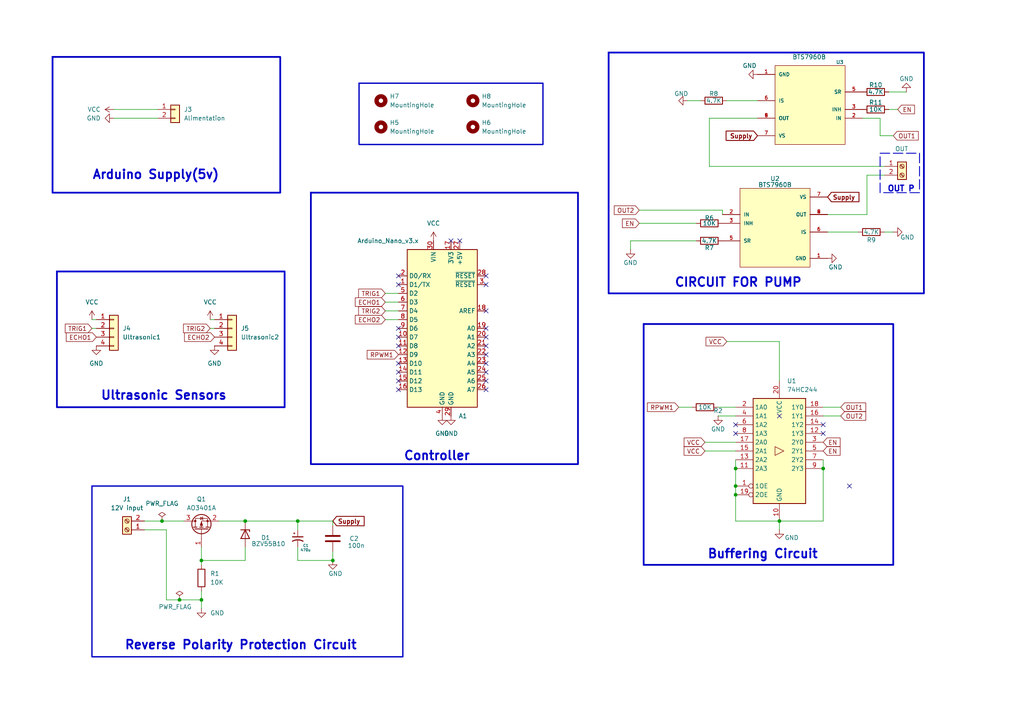
<source format=kicad_sch>
(kicad_sch (version 20231120) (generator "eeschema") (generator_version "8.0")
  (paper "A4")
  (lib_symbols
    (symbol "74xx:74HC244"
      (property "Reference" "U" (at -7.62 16.51 0))
      (property "Value" "74HC244" (at -7.62 -16.51 0))
      (symbol "74HC244_1_0"
        (polyline (pts (xy 1.27 0) (xy -1.27 1.27) (xy -1.27 -1.27) (xy 1.27 0)) (stroke (width 0.1524)))
        (pin input inverted (at -12.7 -10.16 0) (length 5.08) (name "1OE") (number "1"))
        (pin power_in line (at 0 -20.32 90) (length 5.08) (name "GND") (number "10"))
        (pin input line (at -12.7 -5.08 0) (length 5.08) (name "2A3") (number "11"))
        (pin tri_state line (at 12.7 5.08 180) (length 5.08) (name "1Y3") (number "12"))
        (pin input line (at -12.7 -2.54 0) (length 5.08) (name "2A2") (number "13"))
        (pin tri_state line (at 12.7 7.62 180) (length 5.08) (name "1Y2") (number "14"))
        (pin input line (at -12.7 0 0) (length 5.08) (name "2A1") (number "15"))
        (pin tri_state line (at 12.7 10.16 180) (length 5.08) (name "1Y1") (number "16"))
        (pin input line (at -12.7 2.54 0) (length 5.08) (name "2A0") (number "17"))
        (pin tri_state line (at 12.7 12.7 180) (length 5.08) (name "1Y0") (number "18"))
        (pin input inverted (at -12.7 -12.7 0) (length 5.08) (name "2OE") (number "19"))
        (pin input line (at -12.7 12.7 0) (length 5.08) (name "1A0") (number "2"))
        (pin power_in line (at 0 20.32 270) (length 5.08) (name "VCC") (number "20"))
        (pin tri_state line (at 12.7 2.54 180) (length 5.08) (name "2Y0") (number "3"))
        (pin input line (at -12.7 10.16 0) (length 5.08) (name "1A1") (number "4"))
        (pin tri_state line (at 12.7 0 180) (length 5.08) (name "2Y1") (number "5"))
        (pin input line (at -12.7 7.62 0) (length 5.08) (name "1A2") (number "6"))
        (pin tri_state line (at 12.7 -2.54 180) (length 5.08) (name "2Y2") (number "7"))
        (pin input line (at -12.7 5.08 0) (length 5.08) (name "1A3") (number "8"))
        (pin tri_state line (at 12.7 -5.08 180) (length 5.08) (name "2Y3") (number "9"))
      )
      (symbol "74HC244_1_1"
        (rectangle (start -7.62 15.24) (end 7.62 -15.24) (stroke (width 0.254)) (fill (type background)))
      )
    )
    (symbol "BTS7960:BTS7960B" (pin_names (offset 1.016))
      (property "Reference" "U" (at -10.16 10.922 0))
      (property "Value" "BTS7960B" (at -10.16 -15.24 0))
      (symbol "BTS7960B_0_0"
        (rectangle (start -10.16 -12.7) (end 10.16 10.16) (stroke (width 0.1524)) (fill (type background)))
        (pin power_in line (at 15.24 -10.16 180) (length 5.08) (name "GND") (number "1"))
        (pin input line (at -15.24 2.54 0) (length 5.08) (name "IN") (number "2"))
        (pin input line (at -15.24 0 0) (length 5.08) (name "INH") (number "3"))
        (pin output line (at 15.24 2.54 180) (length 5.08) (name "OUT") (number "4"))
        (pin input line (at -15.24 -5.08 0) (length 5.08) (name "SR") (number "5"))
        (pin output line (at 15.24 -2.54 180) (length 5.08) (name "IS") (number "6"))
        (pin power_in line (at 15.24 7.62 180) (length 5.08) (name "VS") (number "7"))
        (pin output line (at 15.24 2.54 180) (length 5.08) (name "OUT") (number "8"))
      )
    )
    (symbol "Connector:Screw_Terminal_01x02" (pin_names (offset 1.016) hide)
      (property "Reference" "J" (at 0 2.54 0))
      (property "Value" "Screw_Terminal_01x02" (at 0 -5.08 0))
      (symbol "Screw_Terminal_01x02_1_1"
        (rectangle (start -1.27 1.27) (end 1.27 -3.81) (stroke (width 0.254)) (fill (type background)))
        (circle (center 0 -2.54) (radius 0.635) (stroke (width 0.1524)))
        (polyline (pts (xy -0.5334 -2.2098) (xy 0.3302 -3.048)) (stroke (width 0.1524)))
        (polyline (pts (xy -0.5334 0.3302) (xy 0.3302 -0.508)) (stroke (width 0.1524)))
        (polyline (pts (xy -0.3556 -2.032) (xy 0.508 -2.8702)) (stroke (width 0.1524)))
        (polyline (pts (xy -0.3556 0.508) (xy 0.508 -0.3302)) (stroke (width 0.1524)))
        (circle (center 0 0) (radius 0.635) (stroke (width 0.1524)))
        (pin passive line (at -5.08 0 0) (length 3.81) (name "Pin_1") (number "1"))
        (pin passive line (at -5.08 -2.54 0) (length 3.81) (name "Pin_2") (number "2"))
      )
    )
    (symbol "Connector_Generic:Conn_01x02" (pin_names (offset 1.016) hide)
      (property "Reference" "J" (at 0 2.54 0))
      (property "Value" "Conn_01x02" (at 0 -5.08 0))
      (symbol "Conn_01x02_1_1"
        (rectangle (start -1.27 -2.413) (end 0 -2.667) (stroke (width 0.1524)))
        (rectangle (start -1.27 0.127) (end 0 -0.127) (stroke (width 0.1524)))
        (rectangle (start -1.27 1.27) (end 1.27 -3.81) (stroke (width 0.254)) (fill (type background)))
        (pin passive line (at -5.08 0 0) (length 3.81) (name "Pin_1") (number "1"))
        (pin passive line (at -5.08 -2.54 0) (length 3.81) (name "Pin_2") (number "2"))
      )
    )
    (symbol "Connector_Generic:Conn_01x04" (pin_names (offset 1.016) hide)
      (property "Reference" "J" (at 0 5.08 0))
      (property "Value" "Conn_01x04" (at 0 -7.62 0))
      (symbol "Conn_01x04_1_1"
        (rectangle (start -1.27 -4.953) (end 0 -5.207) (stroke (width 0.1524)))
        (rectangle (start -1.27 -2.413) (end 0 -2.667) (stroke (width 0.1524)))
        (rectangle (start -1.27 0.127) (end 0 -0.127) (stroke (width 0.1524)))
        (rectangle (start -1.27 2.667) (end 0 2.413) (stroke (width 0.1524)))
        (rectangle (start -1.27 3.81) (end 1.27 -6.35) (stroke (width 0.254)) (fill (type background)))
        (pin passive line (at -5.08 2.54 0) (length 3.81) (name "Pin_1") (number "1"))
        (pin passive line (at -5.08 0 0) (length 3.81) (name "Pin_2") (number "2"))
        (pin passive line (at -5.08 -2.54 0) (length 3.81) (name "Pin_3") (number "3"))
        (pin passive line (at -5.08 -5.08 0) (length 3.81) (name "Pin_4") (number "4"))
      )
    )
    (symbol "Device:C" (pin_numbers hide) (pin_names (offset 0.254))
      (property "Reference" "C" (at 0.635 2.54 0))
      (property "Value" "C" (at 0.635 -2.54 0))
      (symbol "C_0_1"
        (polyline (pts (xy -2.032 -0.762) (xy 2.032 -0.762)) (stroke (width 0.508)))
        (polyline (pts (xy -2.032 0.762) (xy 2.032 0.762)) (stroke (width 0.508)))
      )
      (symbol "C_1_1"
        (pin passive line (at 0 3.81 270) (length 2.794) (name "~") (number "1"))
        (pin passive line (at 0 -3.81 90) (length 2.794) (name "~") (number "2"))
      )
    )
    (symbol "Device:C_Polarized_Small_US" (pin_numbers hide) (pin_names (offset 0.254) hide)
      (property "Reference" "C" (at 0.254 1.778 0))
      (property "Value" "C_Polarized_Small_US" (at 0.254 -2.032 0))
      (symbol "C_Polarized_Small_US_0_1"
        (polyline (pts (xy -1.524 0.508) (xy 1.524 0.508)) (stroke (width 0.3048)))
        (polyline (pts (xy -1.27 1.524) (xy -0.762 1.524)))
        (polyline (pts (xy -1.016 1.27) (xy -1.016 1.778)))
        (arc (start 1.524 -0.762) (mid 0 -0.3734) (end -1.524 -0.762) (stroke (width 0.3048)))
      )
      (symbol "C_Polarized_Small_US_1_1"
        (pin passive line (at 0 2.54 270) (length 2.032) (name "~") (number "1"))
        (pin passive line (at 0 -2.54 90) (length 2.032) (name "~") (number "2"))
      )
    )
    (symbol "Device:R" (pin_numbers hide) (pin_names (offset 0))
      (property "Reference" "R" (at 2.032 0 90))
      (property "Value" "R" (at 0 0 90))
      (symbol "R_0_1"
        (rectangle (start -1.016 -2.54) (end 1.016 2.54) (stroke (width 0.254)))
      )
      (symbol "R_1_1"
        (pin passive line (at 0 3.81 270) (length 1.27) (name "~") (number "1"))
        (pin passive line (at 0 -3.81 90) (length 1.27) (name "~") (number "2"))
      )
    )
    (symbol "Diode:BZV55B10" (pin_numbers hide) (pin_names hide)
      (property "Reference" "D" (at 0 2.54 0))
      (property "Value" "BZV55B10" (at 0 -2.54 0))
      (symbol "BZV55B10_0_1"
        (polyline (pts (xy 1.27 0) (xy -1.27 0)))
        (polyline (pts (xy -1.27 -1.27) (xy -1.27 1.27) (xy -0.762 1.27)) (stroke (width 0.254)))
        (polyline (pts (xy 1.27 -1.27) (xy 1.27 1.27) (xy -1.27 0) (xy 1.27 -1.27)) (stroke (width 0.254)))
      )
      (symbol "BZV55B10_1_1"
        (pin passive line (at -3.81 0 0) (length 2.54) (name "K") (number "1"))
        (pin passive line (at 3.81 0 180) (length 2.54) (name "A") (number "2"))
      )
    )
    (symbol "MCU_Module:Arduino_Nano_v3.x"
      (property "Reference" "A" (at -10.16 23.495 0))
      (property "Value" "Arduino_Nano_v3.x" (at 5.08 -24.13 0))
      (symbol "Arduino_Nano_v3.x_0_1"
        (rectangle (start -10.16 22.86) (end 10.16 -22.86) (stroke (width 0.254)) (fill (type background)))
      )
      (symbol "Arduino_Nano_v3.x_1_1"
        (pin bidirectional line (at -12.7 12.7 0) (length 2.54) (name "D1/TX") (number "1"))
        (pin bidirectional line (at -12.7 -2.54 0) (length 2.54) (name "D7") (number "10"))
        (pin bidirectional line (at -12.7 -5.08 0) (length 2.54) (name "D8") (number "11"))
        (pin bidirectional line (at -12.7 -7.62 0) (length 2.54) (name "D9") (number "12"))
        (pin bidirectional line (at -12.7 -10.16 0) (length 2.54) (name "D10") (number "13"))
        (pin bidirectional line (at -12.7 -12.7 0) (length 2.54) (name "D11") (number "14"))
        (pin bidirectional line (at -12.7 -15.24 0) (length 2.54) (name "D12") (number "15"))
        (pin bidirectional line (at -12.7 -17.78 0) (length 2.54) (name "D13") (number "16"))
        (pin power_out line (at 2.54 25.4 270) (length 2.54) (name "3V3") (number "17"))
        (pin input line (at 12.7 5.08 180) (length 2.54) (name "AREF") (number "18"))
        (pin bidirectional line (at 12.7 0 180) (length 2.54) (name "A0") (number "19"))
        (pin bidirectional line (at -12.7 15.24 0) (length 2.54) (name "D0/RX") (number "2"))
        (pin bidirectional line (at 12.7 -2.54 180) (length 2.54) (name "A1") (number "20"))
        (pin bidirectional line (at 12.7 -5.08 180) (length 2.54) (name "A2") (number "21"))
        (pin bidirectional line (at 12.7 -7.62 180) (length 2.54) (name "A3") (number "22"))
        (pin bidirectional line (at 12.7 -10.16 180) (length 2.54) (name "A4") (number "23"))
        (pin bidirectional line (at 12.7 -12.7 180) (length 2.54) (name "A5") (number "24"))
        (pin bidirectional line (at 12.7 -15.24 180) (length 2.54) (name "A6") (number "25"))
        (pin bidirectional line (at 12.7 -17.78 180) (length 2.54) (name "A7") (number "26"))
        (pin power_out line (at 5.08 25.4 270) (length 2.54) (name "+5V") (number "27"))
        (pin input line (at 12.7 15.24 180) (length 2.54) (name "~{RESET}") (number "28"))
        (pin power_in line (at 2.54 -25.4 90) (length 2.54) (name "GND") (number "29"))
        (pin input line (at 12.7 12.7 180) (length 2.54) (name "~{RESET}") (number "3"))
        (pin power_in line (at -2.54 25.4 270) (length 2.54) (name "VIN") (number "30"))
        (pin power_in line (at 0 -25.4 90) (length 2.54) (name "GND") (number "4"))
        (pin bidirectional line (at -12.7 10.16 0) (length 2.54) (name "D2") (number "5"))
        (pin bidirectional line (at -12.7 7.62 0) (length 2.54) (name "D3") (number "6"))
        (pin bidirectional line (at -12.7 5.08 0) (length 2.54) (name "D4") (number "7"))
        (pin bidirectional line (at -12.7 2.54 0) (length 2.54) (name "D5") (number "8"))
        (pin bidirectional line (at -12.7 0 0) (length 2.54) (name "D6") (number "9"))
      )
    )
    (symbol "Mechanical:MountingHole" (pin_names (offset 1.016)) (exclude_from_sim yes) (in_bom no)
      (property "Reference" "H" (at 0 5.08 0))
      (property "Value" "MountingHole" (at 0 3.175 0))
      (symbol "MountingHole_0_1"
        (circle (center 0 0) (radius 1.27) (stroke (width 1.27)))
      )
    )
    (symbol "Transistor_FET:AO3401A" (pin_names hide)
      (property "Reference" "Q" (at 5.08 1.905 0))
      (property "Value" "AO3401A" (at 5.08 0 0))
      (symbol "AO3401A_0_1"
        (polyline (pts (xy 0.254 0) (xy -2.54 0)))
        (polyline (pts (xy 0.254 1.905) (xy 0.254 -1.905)) (stroke (width 0.254)))
        (polyline (pts (xy 0.762 -1.27) (xy 0.762 -2.286)) (stroke (width 0.254)))
        (polyline (pts (xy 0.762 0.508) (xy 0.762 -0.508)) (stroke (width 0.254)))
        (polyline (pts (xy 0.762 2.286) (xy 0.762 1.27)) (stroke (width 0.254)))
        (polyline (pts (xy 2.54 2.54) (xy 2.54 1.778)))
        (polyline (pts (xy 2.54 -2.54) (xy 2.54 0) (xy 0.762 0)))
        (polyline (pts (xy 0.762 1.778) (xy 3.302 1.778) (xy 3.302 -1.778) (xy 0.762 -1.778)))
        (polyline (pts (xy 2.286 0) (xy 1.27 0.381) (xy 1.27 -0.381) (xy 2.286 0)) (fill (type outline)))
        (polyline (pts (xy 2.794 -0.508) (xy 2.921 -0.381) (xy 3.683 -0.381) (xy 3.81 -0.254)))
        (polyline (pts (xy 3.302 -0.381) (xy 2.921 0.254) (xy 3.683 0.254) (xy 3.302 -0.381)))
        (circle (center 1.651 0) (radius 2.794) (stroke (width 0.254)))
        (circle (center 2.54 -1.778) (radius 0.254) (fill (type outline)))
        (circle (center 2.54 1.778) (radius 0.254) (fill (type outline)))
      )
      (symbol "AO3401A_1_1"
        (pin input line (at -5.08 0 0) (length 2.54) (name "G") (number "1"))
        (pin passive line (at 2.54 -5.08 90) (length 2.54) (name "S") (number "2"))
        (pin passive line (at 2.54 5.08 270) (length 2.54) (name "D") (number "3"))
      )
    )
    (symbol "power:GND" (power) (pin_numbers hide) (pin_names (offset 0) hide)
      (property "Value" "GND" (at 0 -3.81 0))
      (symbol "GND_0_1"
        (polyline (pts (xy 0 0) (xy 0 -1.27) (xy 1.27 -1.27) (xy 0 -2.54) (xy -1.27 -1.27) (xy 0 -1.27)))
      )
      (symbol "GND_1_1"
        (pin power_in line (at 0 0 270) (length 0) (name "~") (number "1"))
      )
    )
    (symbol "power:PWR_FLAG" (power) (pin_numbers hide) (pin_names (offset 0) hide)
      (property "Value" "PWR_FLAG" (at 0 3.81 0))
      (symbol "PWR_FLAG_0_0"
        (pin power_out line (at 0 0 90) (length 0) (name "~") (number "1"))
      )
      (symbol "PWR_FLAG_0_1"
        (polyline (pts (xy 0 0) (xy 0 1.27) (xy -1.016 1.905) (xy 0 2.54) (xy 1.016 1.905) (xy 0 1.27)))
      )
    )
    (symbol "power:VCC" (power) (pin_names (offset 0))
      (property "Value" "VCC" (at 0 3.81 0))
      (symbol "VCC_0_1"
        (polyline (pts (xy -0.762 1.27) (xy 0 2.54)))
        (polyline (pts (xy 0 0) (xy 0 2.54)))
        (polyline (pts (xy 0 2.54) (xy 0.762 1.27)))
      )
      (symbol "VCC_1_1"
        (pin power_in line (at 0 0 90) (length 0) hide (name "VCC") (number "1"))
      )
    )
  )
  (junction (at 213.36 143.51))
  (junction (at 71.12 151.13))
  (junction (at 52.07 173.99))
  (junction (at 238.76 135.89))
  (junction (at 46.99 151.13))
  (junction (at 213.36 140.97))
  (junction (at 96.52 162.56))
  (junction (at 213.36 135.89))
  (junction (at 58.42 173.99))
  (junction (at 226.06 151.13))
  (junction (at 58.42 162.56))
  (junction (at 86.36 151.13))
  (no_connect (at 140.97 110.49))
  (no_connect (at 140.97 82.55))
  (no_connect (at 115.57 113.03))
  (no_connect (at 115.57 80.01))
  (no_connect (at 140.97 113.03))
  (no_connect (at 130.81 69.85))
  (no_connect (at 246.38 140.97))
  (no_connect (at 140.97 100.33))
  (no_connect (at 213.36 125.73))
  (no_connect (at 140.97 97.79))
  (no_connect (at 115.57 105.41))
  (no_connect (at 213.36 123.19))
  (no_connect (at 115.57 95.25))
  (no_connect (at 115.57 82.55))
  (no_connect (at 140.97 102.87))
  (no_connect (at 140.97 107.95))
  (no_connect (at 226.06 120.65))
  (no_connect (at 115.57 97.79))
  (no_connect (at 238.76 123.19))
  (no_connect (at 140.97 105.41))
  (no_connect (at 133.35 69.85))
  (no_connect (at 140.97 90.17))
  (no_connect (at 238.76 125.73))
  (no_connect (at 115.57 110.49))
  (no_connect (at 140.97 95.25))
  (no_connect (at 115.57 107.95))
  (no_connect (at 115.57 100.33))
  (no_connect (at 140.97 80.01))
  (wire (pts (xy 200.66 118.11) (xy 196.85 118.11)))
  (wire (pts (xy 96.52 152.4) (xy 96.52 151.13)))
  (wire (pts (xy 33.02 31.75) (xy 45.72 31.75)))
  (wire (pts (xy 243.84 118.11) (xy 238.76 118.11)))
  (wire (pts (xy 63.5 151.13) (xy 71.12 151.13)))
  (wire (pts (xy 53.34 151.13) (xy 46.99 151.13)))
  (wire (pts (xy 226.06 153.67) (xy 226.06 151.13)))
  (wire (pts (xy 205.74 34.29) (xy 205.74 48.26)))
  (wire (pts (xy 71.12 162.56) (xy 58.42 162.56)))
  (wire (pts (xy 240.03 67.31) (xy 248.92 67.31)))
  (wire (pts (xy 111.76 90.17) (xy 115.57 90.17)))
  (wire (pts (xy 213.36 151.13) (xy 213.36 143.51)))
  (wire (pts (xy 243.84 120.65) (xy 238.76 120.65)))
  (wire (pts (xy 58.42 176.53) (xy 58.42 173.99)))
  (wire (pts (xy 213.36 135.89) (xy 213.36 140.97)))
  (wire (pts (xy 226.06 151.13) (xy 238.76 151.13)))
  (wire (pts (xy 204.47 130.81) (xy 213.36 130.81)))
  (wire (pts (xy 205.74 34.29) (xy 219.71 34.29)))
  (wire (pts (xy 255.27 39.37) (xy 255.27 34.29)))
  (wire (pts (xy 111.76 87.63) (xy 115.57 87.63)))
  (wire (pts (xy 209.55 60.96) (xy 209.55 62.23)))
  (wire (pts (xy 213.36 140.97) (xy 213.36 143.51)))
  (wire (pts (xy 226.06 151.13) (xy 213.36 151.13)))
  (wire (pts (xy 48.26 153.67) (xy 48.26 173.99)))
  (wire (pts (xy 86.36 151.13) (xy 86.36 153.67)))
  (wire (pts (xy 33.02 34.29) (xy 45.72 34.29)))
  (wire (pts (xy 210.82 99.06) (xy 226.06 99.06)))
  (wire (pts (xy 251.46 50.8) (xy 251.46 62.23)))
  (wire (pts (xy 71.12 158.75) (xy 71.12 162.56)))
  (wire (pts (xy 213.36 133.35) (xy 213.36 135.89)))
  (wire (pts (xy 205.74 48.26) (xy 256.54 48.26)))
  (wire (pts (xy 238.76 135.89) (xy 238.76 133.35)))
  (wire (pts (xy 26.67 95.25) (xy 27.94 95.25)))
  (wire (pts (xy 240.03 62.23) (xy 251.46 62.23)))
  (wire (pts (xy 86.36 158.75) (xy 86.36 162.56)))
  (wire (pts (xy 58.42 171.45) (xy 58.42 173.99)))
  (wire (pts (xy 210.82 29.21) (xy 219.71 29.21)))
  (wire (pts (xy 226.06 99.06) (xy 226.06 110.49)))
  (wire (pts (xy 256.54 67.31) (xy 259.08 67.31)))
  (wire (pts (xy 255.27 34.29) (xy 250.19 34.29)))
  (wire (pts (xy 257.81 31.75) (xy 260.35 31.75)))
  (wire (pts (xy 208.28 120.65) (xy 213.36 120.65)))
  (wire (pts (xy 86.36 162.56) (xy 96.52 162.56)))
  (wire (pts (xy 58.42 158.75) (xy 58.42 162.56)))
  (wire (pts (xy 60.96 95.25) (xy 62.23 95.25)))
  (wire (pts (xy 185.42 64.77) (xy 201.93 64.77)))
  (wire (pts (xy 96.52 160.02) (xy 96.52 162.56)))
  (wire (pts (xy 185.42 60.96) (xy 209.55 60.96)))
  (wire (pts (xy 208.28 118.11) (xy 213.36 118.11)))
  (wire (pts (xy 46.99 151.13) (xy 41.91 151.13)))
  (wire (pts (xy 71.12 151.13) (xy 86.36 151.13)))
  (wire (pts (xy 257.81 26.67) (xy 262.89 26.67)))
  (wire (pts (xy 26.67 92.71) (xy 27.94 92.71)))
  (wire (pts (xy 58.42 173.99) (xy 52.07 173.99)))
  (wire (pts (xy 52.07 173.99) (xy 48.26 173.99)))
  (wire (pts (xy 86.36 151.13) (xy 96.52 151.13)))
  (wire (pts (xy 182.88 69.85) (xy 201.93 69.85)))
  (wire (pts (xy 58.42 163.83) (xy 58.42 162.56)))
  (wire (pts (xy 256.54 50.8) (xy 251.46 50.8)))
  (wire (pts (xy 238.76 151.13) (xy 238.76 135.89)))
  (wire (pts (xy 48.26 153.67) (xy 41.91 153.67)))
  (wire (pts (xy 182.88 72.39) (xy 182.88 69.85)))
  (wire (pts (xy 199.39 29.21) (xy 203.2 29.21)))
  (wire (pts (xy 204.47 128.27) (xy 213.36 128.27)))
  (wire (pts (xy 111.76 92.71) (xy 115.57 92.71)))
  (wire (pts (xy 60.96 92.71) (xy 62.23 92.71)))
  (wire (pts (xy 111.76 85.09) (xy 115.57 85.09)))
  (wire (pts (xy 255.27 39.37) (xy 259.08 39.37)))
  (rectangle (start 255.27 44.45) (end 266.7 55.88) (stroke (width 0.254) (type dash)))
  (rectangle (start 15.24 16.51) (end 81.28 55.88) (stroke (width 0.508)))
  (rectangle (start 16.51 78.74) (end 82.55 118.11) (stroke (width 0.508)))
  (rectangle (start 26.67 140.97) (end 116.84 190.5) (stroke (width 0.381)))
  (rectangle (start 186.69 93.98) (end 259.08 163.83) (stroke (width 0.508)))
  (rectangle (start 176.53 15.24) (end 267.97 85.09) (stroke (width 0.508)))
  (rectangle (start 104.14 24.13) (end 157.48 41.91) (stroke (width 0.381)))
  (rectangle (start 90.17 55.88) (end 167.64 134.62) (stroke (width 0.508)))
  (text "Ultrasonic Sensors" (at 47.498 114.808 0) (effects (font (size 2.54 2.54) (thickness 0.508) (bold yes))))
  (text "Buffering Circuit" (at 221.234 160.782 0) (effects (font (size 2.54 2.54) (thickness 0.508) (bold yes))))
  (text "CIRCUIT FOR PUMP\n" (at 214.122 82.042 0) (effects (font (size 2.54 2.54) (thickness 0.508) (bold yes))))
  (text "OUT P" (at 261.366 54.864 0) (effects (font (size 1.651 1.651) (thickness 0.3556) (bold yes))))
  (text "Reverse Polarity Protection Circuit" (at 69.85 187.198 0) (effects (font (size 2.54 2.54) (thickness 0.508) (bold yes))))
  (text "Controller" (at 126.746 132.334 0) (effects (font (size 2.54 2.54) (thickness 0.508) (bold yes))))
  (text "Arduino Supply(5v)" (at 45.212 50.8 0) (effects (font (size 2.54 2.54) (thickness 0.508) (bold yes))))
  (global_label "EN" (shape input) (at 260.35 31.75 0) (property "Intersheetrefs" "${INTERSHEET_REFS}" (effects (hide yes))))
  (global_label "TRIG2" (shape input) (at 111.76 90.17 180) (property "Intersheetrefs" "${INTERSHEET_REFS}" (effects (hide yes))))
  (global_label "RPWM1" (shape input) (at 196.85 118.11 180) (property "Intersheetrefs" "${INTERSHEET_REFS}" (effects (hide yes))))
  (global_label "ECHO1" (shape input) (at 27.94 97.79 180) (property "Intersheetrefs" "${INTERSHEET_REFS}" (effects (hide yes))))
  (global_label "TRIG2" (shape input) (at 60.96 95.25 180) (property "Intersheetrefs" "${INTERSHEET_REFS}" (effects (hide yes))))
  (global_label "ECHO2" (shape input) (at 111.76 92.71 180) (property "Intersheetrefs" "${INTERSHEET_REFS}" (effects (hide yes))))
  (global_label "OUT1" (shape input) (at 243.84 118.11 0) (property "Intersheetrefs" "${INTERSHEET_REFS}" (effects (hide yes))))
  (global_label "VCC" (shape input) (at 204.47 128.27 180) (property "Intersheetrefs" "${INTERSHEET_REFS}" (effects (hide yes))))
  (global_label "OUT1" (shape input) (at 259.08 39.37 0) (property "Intersheetrefs" "${INTERSHEET_REFS}" (effects (hide yes))))
  (global_label "TRIG1" (shape input) (at 111.76 85.09 180) (property "Intersheetrefs" "${INTERSHEET_REFS}" (effects (hide yes))))
  (global_label "ECHO2" (shape input) (at 62.23 97.79 180) (property "Intersheetrefs" "${INTERSHEET_REFS}" (effects (hide yes))))
  (global_label "VCC" (shape input) (at 204.47 130.81 180) (property "Intersheetrefs" "${INTERSHEET_REFS}" (effects (hide yes))))
  (global_label "RPWM1" (shape input) (at 115.57 102.87 180) (property "Intersheetrefs" "${INTERSHEET_REFS}" (effects (hide yes))))
  (global_label "TRIG1" (shape input) (at 26.67 95.25 180) (property "Intersheetrefs" "${INTERSHEET_REFS}" (effects (hide yes))))
  (global_label "VCC" (shape input) (at 210.82 99.06 180) (property "Intersheetrefs" "${INTERSHEET_REFS}" (effects (hide yes))))
  (global_label "Supply" (shape input) (at 219.71 39.37 180) (effects (font (bold yes))) (property "Intersheetrefs" "${INTERSHEET_REFS}" (effects (hide yes))))
  (global_label "OUT2" (shape input) (at 185.42 60.96 180) (property "Intersheetrefs" "${INTERSHEET_REFS}" (effects (hide yes))))
  (global_label "EN" (shape input) (at 185.42 64.77 180) (property "Intersheetrefs" "${INTERSHEET_REFS}" (effects (hide yes))))
  (global_label "EN" (shape input) (at 238.76 128.27 0) (property "Intersheetrefs" "${INTERSHEET_REFS}" (effects (hide yes))))
  (global_label "Supply" (shape input) (at 240.03 57.15 0) (effects (font (bold yes))) (property "Intersheetrefs" "${INTERSHEET_REFS}" (effects (hide yes))))
  (global_label "EN" (shape input) (at 238.76 130.81 0) (property "Intersheetrefs" "${INTERSHEET_REFS}" (effects (hide yes))))
  (global_label "ECHO1" (shape input) (at 111.76 87.63 180) (property "Intersheetrefs" "${INTERSHEET_REFS}" (effects (hide yes))))
  (global_label "OUT2" (shape input) (at 243.84 120.65 0) (property "Intersheetrefs" "${INTERSHEET_REFS}" (effects (hide yes))))
  (global_label "Supply" (shape input) (at 96.52 151.13 0) (effects (font (bold yes))) (property "Intersheetrefs" "${INTERSHEET_REFS}" (effects (hide yes))))
  (symbol (lib_id "power:PWR_FLAG") (at 46.99 151.13 0) (unit 1)
    (property "Reference" "#FLG01" (effects (hide yes)))
    (property "Value" "PWR_FLAG" (at 46.99 146.05 0))
    (property "Description" "Special symbol for telling ERC where power comes from" (effects (hide yes)))
  )
  (symbol (lib_id "power:GND") (at 199.39 29.21 270) (unit 1)
    (property "Reference" "#PWR09" (effects (hide yes)))
    (property "Value" "GND" (at 199.644 27.178 90) (effects (justify right)))
    (property "Description" "Power symbol creates a global label with name \"GND\" , ground" (effects (hide yes)))
  )
  (symbol (lib_id "power:GND") (at 208.28 120.65 0) (unit 1)
    (property "Reference" "#PWR023" (effects (hide yes)))
    (property "Value" "GND" (at 210.312 124.46 0) (effects (justify right)))
    (property "Description" "Power symbol creates a global label with name \"GND\" , ground" (effects (hide yes)))
  )
  (symbol (lib_id "Device:R") (at 205.74 69.85 90) (unit 1)
    (property "Reference" "R7" (at 205.74 71.882 90))
    (property "Value" "4.7K" (at 205.74 69.85 90))
    (property "Footprint" "Resistor_SMD:R_1206_3216Metric_Pad1.30x1.75mm_HandSolder" (effects (hide yes)))
    (property "Description" "Resistor" (effects (hide yes)))
  )
  (symbol (lib_id "Device:R") (at 252.73 67.31 90) (unit 1)
    (property "Reference" "R9" (at 252.73 69.596 90))
    (property "Value" "4.7K" (at 252.73 67.31 90))
    (property "Footprint" "Resistor_SMD:R_1206_3216Metric_Pad1.30x1.75mm_HandSolder" (effects (hide yes)))
    (property "Description" "Resistor" (effects (hide yes)))
  )
  (symbol (lib_id "power:GND") (at 259.08 67.31 90) (unit 1)
    (property "Reference" "#PWR012" (effects (hide yes)))
    (property "Value" "GND" (at 261.112 68.834 90) (effects (justify right)))
    (property "Description" "Power symbol creates a global label with name \"GND\" , ground" (effects (hide yes)))
  )
  (symbol (lib_id "Device:R") (at 254 26.67 270) (unit 1)
    (property "Reference" "R10" (at 254 24.638 90))
    (property "Value" "4.7K" (at 254 26.67 90))
    (property "Footprint" "Resistor_SMD:R_1206_3216Metric_Pad1.30x1.75mm_HandSolder" (effects (hide yes)))
    (property "Description" "Resistor" (effects (hide yes)))
  )
  (symbol (lib_id "power:GND") (at 182.88 72.39 0) (unit 1)
    (property "Reference" "#PWR08" (effects (hide yes)))
    (property "Value" "GND" (at 184.912 76.2 0) (effects (justify right)))
    (property "Description" "Power symbol creates a global label with name \"GND\" , ground" (effects (hide yes)))
  )
  (symbol (lib_id "Connector:Screw_Terminal_01x02") (at 36.83 153.67 180) (unit 1)
    (property "Reference" "J1" (at 36.83 144.78 0))
    (property "Value" "12V input" (at 36.83 147.32 0))
    (property "Footprint" "TerminalBlock_Altech:Altech_AK100_1x02_P5.00mm" (effects (hide yes)))
    (property "Description" "Generic screw terminal, single row, 01x02, script generated (kicad-library-utils/schlib/autogen/connector/)" (effects (hide yes)))
  )
  (symbol (lib_id "Mechanical:MountingHole") (at 110.49 29.21 0) (unit 1) (exclude_from_sim yes) (in_bom no)
    (property "Reference" "H7" (at 113.03 27.9399 0) (effects (justify left)))
    (property "Value" "MountingHole" (at 113.03 30.4799 0) (effects (justify left)))
    (property "Description" "Mounting Hole without connection" (effects (hide yes)))
  )
  (symbol (lib_id "power:GND") (at 96.52 162.56 0) (unit 1)
    (property "Reference" "#PWR06" (effects (hide yes)))
    (property "Value" "GND" (at 95.25 166.37 0) (effects (justify left)))
    (property "Description" "Power symbol creates a global label with name \"GND\" , ground" (effects (hide yes)))
  )
  (symbol (lib_id "Device:C") (at 96.52 156.21 0) (unit 1)
    (property "Reference" "C2" (at 101.346 156.21 0) (effects (justify left)))
    (property "Value" "100n" (at 100.838 158.242 0) (effects (justify left)))
    (property "Footprint" "Capacitor_SMD:C_1206_3216Metric_Pad1.33x1.80mm_HandSolder" (effects (hide yes)))
    (property "Description" "Unpolarized capacitor" (effects (hide yes)))
  )
  (symbol (lib_id "power:VCC") (at 60.96 92.71 0) (unit 1)
    (property "Reference" "#PWR021" (effects (hide yes)))
    (property "Value" "VCC" (at 60.96 87.63 0))
  )
  (symbol (lib_id "power:GND") (at 62.23 100.33 0) (unit 1)
    (property "Reference" "#PWR022" (effects (hide yes)))
    (property "Value" "GND" (at 62.23 105.41 0))
    (property "Description" "Power symbol creates a global label with name \"GND\" , ground" (effects (hide yes)))
  )
  (symbol (lib_id "BTS7960:BTS7960B") (at 224.79 64.77 0) (unit 1)
    (property "Reference" "U2" (at 224.79 51.816 0))
    (property "Value" "BTS7960B" (at 224.79 53.594 0))
    (property "Footprint" "bts:DPAK127P1490X440-8N" (effects (hide yes)))
    (property "MF" "Infineon" (effects (hide yes)))
    (property "MAXIMUM_PACKAGE_HEIGHT" "4.4mm" (effects (hide yes)))
    (property "Package" "TO-263 Infineon" (effects (hide yes)))
    (property "Price" "None" (effects (hide yes)))
    (property "Check_prices" "https://www.snapeda.com/parts/BTS7960B/Infineon/view-part/?ref=eda" (effects (hide yes)))
    (property "STANDARD" "IPC-7351B" (effects (hide yes)))
    (property "PARTREV" "1.1" (effects (hide yes)))
    (property "SnapEDA_Link" "https://www.snapeda.com/parts/BTS7960B/Infineon/view-part/?ref=snap" (effects (hide yes)))
    (property "MP" "BTS7960B" (effects (hide yes)))
    (property "Description_1" "\n                        \n                            Half Bridge Driver DC Motors, General Purpose DMOS PG-TO263-7-1\n                        \n" (effects (hide yes)))
    (property "Availability" "In Stock" (effects (hide yes)))
    (property "MANUFACTURER" "Infineon" (effects (hide yes)))
  )
  (symbol (lib_id "power:GND") (at 33.02 34.29 270) (unit 1)
    (property "Reference" "#PWR018" (effects (hide yes)))
    (property "Value" "GND" (at 29.21 34.29 90) (effects (justify right)))
  )
  (symbol (lib_id "Connector:Screw_Terminal_01x02") (at 261.62 48.26 0) (unit 1)
    (property "Reference" "J2" (effects (hide yes)))
    (property "Value" "OUT" (at 259.588 43.18 0) (effects (justify left)))
    (property "Footprint" "TerminalBlock_Altech:Altech_AK100_1x02_P5.00mm" (effects (hide yes)))
    (property "Description" "Generic screw terminal, single row, 01x02, script generated (kicad-library-utils/schlib/autogen/connector/)" (effects (hide yes)))
  )
  (symbol (lib_id "power:GND") (at 240.03 74.93 90) (unit 1)
    (property "Reference" "#PWR011" (effects (hide yes)))
    (property "Value" "GND" (at 240.284 77.47 90) (effects (justify right)))
    (property "Description" "Power symbol creates a global label with name \"GND\" , ground" (effects (hide yes)))
  )
  (symbol (lib_id "Device:C_Polarized_Small_US") (at 86.36 156.21 0) (unit 1)
    (property "Reference" "C1" (at 87.884 158.242 0) (effects (font (size 0.762 0.762)) (justify left)))
    (property "Value" "470u" (at 87.122 159.512 0) (effects (font (size 0.762 0.762)) (justify left)))
    (property "Footprint" "Capacitor_SMD:CP_Elec_10x10.5" (effects (hide yes)))
    (property "Description" "Polarized capacitor, small US symbol" (effects (hide yes)))
  )
  (symbol (lib_id "power:GND") (at 128.27 120.65 0) (unit 1)
    (property "Reference" "#PWR015" (effects (hide yes)))
    (property "Value" "GND" (at 128.27 125.73 0))
    (property "Description" "Power symbol creates a global label with name \"GND\" , ground" (effects (hide yes)))
  )
  (symbol (lib_id "Diode:BZV55B10") (at 71.12 154.94 270) (unit 1)
    (property "Reference" "D1" (at 75.692 155.956 90) (effects (justify left)))
    (property "Value" "BZV55B10" (at 72.898 157.734 90) (effects (justify left)))
    (property "Footprint" "Diode_SMD:D_MiniMELF" (effects (hide yes)))
    (property "Datasheet" "https://assets.nexperia.com/documents/data-sheet/BZV55_SER.pdf" (effects (hide yes)))
    (property "Description" "10V, 500mW, 2%, Zener diode, MiniMELF" (effects (hide yes)))
  )
  (symbol (lib_id "Mechanical:MountingHole") (at 110.49 36.83 0) (unit 1) (exclude_from_sim yes) (in_bom no)
    (property "Reference" "H5" (at 113.03 35.5599 0) (effects (justify left)))
    (property "Value" "MountingHole" (at 113.03 38.0999 0) (effects (justify left)))
    (property "Description" "Mounting Hole without connection" (effects (hide yes)))
  )
  (symbol (lib_id "power:GND") (at 130.81 120.65 0) (unit 1)
    (property "Reference" "#PWR016" (effects (hide yes)))
    (property "Value" "GND" (at 130.81 125.73 0))
    (property "Description" "Power symbol creates a global label with name \"GND\" , ground" (effects (hide yes)))
  )
  (symbol (lib_id "power:GND") (at 219.71 21.59 270) (unit 1)
    (property "Reference" "#PWR010" (effects (hide yes)))
    (property "Value" "GND" (at 219.456 19.05 90) (effects (justify right)))
    (property "Description" "Power symbol creates a global label with name \"GND\" , ground" (effects (hide yes)))
  )
  (symbol (lib_id "power:VCC") (at 26.67 92.71 0) (unit 1)
    (property "Reference" "#PWR020" (effects (hide yes)))
    (property "Value" "VCC" (at 26.67 87.63 0))
  )
  (symbol (lib_id "power:PWR_FLAG") (at 52.07 173.99 0) (unit 1)
    (property "Reference" "#FLG02" (effects (hide yes)))
    (property "Value" "PWR_FLAG" (at 50.8 176.022 0))
    (property "Description" "Special symbol for telling ERC where power comes from" (effects (hide yes)))
  )
  (symbol (lib_id "power:GND") (at 58.42 176.53 0) (unit 1)
    (property "Reference" "#PWR05" (effects (hide yes)))
    (property "Value" "GND" (at 60.96 177.7999 0) (effects (justify left)))
    (property "Description" "Power symbol creates a global label with name \"GND\" , ground" (effects (hide yes)))
  )
  (symbol (lib_id "Device:R") (at 205.74 64.77 270) (unit 1)
    (property "Reference" "R6" (at 205.74 63.246 90))
    (property "Value" "10K" (at 205.74 64.77 90))
    (property "Footprint" "Resistor_SMD:R_1206_3216Metric_Pad1.30x1.75mm_HandSolder" (effects (hide yes)))
    (property "Description" "Resistor" (effects (hide yes)))
  )
  (symbol (lib_id "power:VCC") (at 125.73 69.85 0) (unit 1)
    (property "Reference" "#PWR019" (effects (hide yes)))
    (property "Value" "VCC" (at 125.73 64.77 0))
  )
  (symbol (lib_id "Transistor_FET:AO3401A") (at 58.42 153.67 90) (unit 1)
    (property "Reference" "Q1" (at 58.42 144.78 90))
    (property "Value" "AO3401A" (at 58.42 147.32 90))
    (property "Footprint" "Package_TO_SOT_SMD:SOT-23W" (effects (hide yes)))
    (property "Datasheet" "http://www.aosmd.com/pdfs/datasheet/AO3401A.pdf" (effects (hide yes)))
    (property "Description" "-4.0A Id, -30V Vds, P-Channel MOSFET, SOT-23" (effects (hide yes)))
  )
  (symbol (lib_id "power:GND") (at 226.06 153.67 0) (unit 1)
    (property "Reference" "#PWR07" (effects (hide yes)))
    (property "Value" "GND" (at 229.616 155.956 0))
    (property "Description" "Power symbol creates a global label with name \"GND\" , ground" (effects (hide yes)))
  )
  (symbol (lib_id "Device:R") (at 254 31.75 270) (unit 1)
    (property "Reference" "R11" (at 254 29.718 90))
    (property "Value" "10K" (at 254 31.75 90))
    (property "Footprint" "Resistor_SMD:R_1206_3216Metric_Pad1.30x1.75mm_HandSolder" (effects (hide yes)))
    (property "Description" "Resistor" (effects (hide yes)))
  )
  (symbol (lib_id "BTS7960:BTS7960B") (at 234.95 31.75 180) (unit 1)
    (property "Reference" "U3" (at 243.586 18.034 0) (effects (font (size 1.016 1.016))))
    (property "Value" "BTS7960B" (at 234.696 16.51 0))
    (property "Footprint" "bts:DPAK127P1490X440-8N" (effects (hide yes)))
    (property "MF" "Infineon" (effects (hide yes)))
    (property "MAXIMUM_PACKAGE_HEIGHT" "4.4mm" (effects (hide yes)))
    (property "Package" "TO-263 Infineon" (effects (hide yes)))
    (property "Price" "None" (effects (hide yes)))
    (property "Check_prices" "https://www.snapeda.com/parts/BTS7960B/Infineon/view-part/?ref=eda" (effects (hide yes)))
    (property "STANDARD" "IPC-7351B" (effects (hide yes)))
    (property "PARTREV" "1.1" (effects (hide yes)))
    (property "SnapEDA_Link" "https://www.snapeda.com/parts/BTS7960B/Infineon/view-part/?ref=snap" (effects (hide yes)))
    (property "MP" "BTS7960B" (effects (hide yes)))
    (property "Description_1" "\n                        \n                            Half Bridge Driver DC Motors, General Purpose DMOS PG-TO263-7-1\n                        \n" (effects (hide yes)))
    (property "Availability" "In Stock" (effects (hide yes)))
    (property "MANUFACTURER" "Infineon" (effects (hide yes)))
  )
  (symbol (lib_id "Connector_Generic:Conn_01x02") (at 50.8 31.75 0) (unit 1)
    (property "Reference" "J3" (at 53.34 31.75 0) (effects (justify left)))
    (property "Value" "Alimentation" (at 53.34 34.29 0) (effects (justify left)))
    (property "Footprint" "Connector_PinSocket_2.54mm:PinSocket_1x02_P2.54mm_Vertical" (effects (hide yes)))
  )
  (symbol (lib_id "74xx:74HC244") (at 226.06 130.81 0) (unit 1)
    (property "Reference" "U1" (at 228.2541 110.49 0) (effects (justify left)))
    (property "Value" "74HC244" (at 228.2541 113.03 0) (effects (justify left)))
    (property "Footprint" "7hHC:SOIC127P1032X265-20N" (effects (hide yes)))
    (property "Datasheet" "https://assets.nexperia.com/documents/data-sheet/74HC_HCT244.pdf" (effects (hide yes)))
    (property "Description" "8-bit Buffer/Line Driver 3-state" (effects (hide yes)))
  )
  (symbol (lib_id "Device:R") (at 207.01 29.21 270) (unit 1)
    (property "Reference" "R8" (at 207.01 27.178 90))
    (property "Value" "4.7K" (at 207.01 29.21 90))
    (property "Footprint" "Resistor_SMD:R_1206_3216Metric_Pad1.30x1.75mm_HandSolder" (effects (hide yes)))
    (property "Description" "Resistor" (effects (hide yes)))
  )
  (symbol (lib_id "Mechanical:MountingHole") (at 137.16 36.83 0) (unit 1) (exclude_from_sim yes) (in_bom no)
    (property "Reference" "H6" (at 139.7 35.5599 0) (effects (justify left)))
    (property "Value" "MountingHole" (at 139.7 38.0999 0) (effects (justify left)))
    (property "Description" "Mounting Hole without connection" (effects (hide yes)))
  )
  (symbol (lib_id "Device:R") (at 204.47 118.11 90) (unit 1)
    (property "Reference" "R2" (at 208.28 119.126 90))
    (property "Value" "10K" (at 204.47 118.11 90))
    (property "Footprint" "Resistor_SMD:R_1206_3216Metric_Pad1.30x1.75mm_HandSolder" (effects (hide yes)))
    (property "Description" "Resistor" (effects (hide yes)))
  )
  (symbol (lib_id "power:GND") (at 262.89 26.67 180) (unit 1)
    (property "Reference" "#PWR013" (effects (hide yes)))
    (property "Value" "GND" (at 260.858 22.86 0) (effects (justify right)))
    (property "Description" "Power symbol creates a global label with name \"GND\" , ground" (effects (hide yes)))
  )
  (symbol (lib_id "power:VCC") (at 33.02 31.75 90) (unit 1)
    (property "Reference" "#PWR014" (effects (hide yes)))
    (property "Value" "VCC" (at 29.21 31.75 90) (effects (justify left)))
  )
  (symbol (lib_id "power:GND") (at 27.94 100.33 0) (unit 1)
    (property "Reference" "#PWR017" (effects (hide yes)))
    (property "Value" "GND" (at 27.94 105.41 0))
    (property "Description" "Power symbol creates a global label with name \"GND\" , ground" (effects (hide yes)))
  )
  (symbol (lib_id "Connector_Generic:Conn_01x04") (at 67.31 95.25 0) (unit 1)
    (property "Reference" "J5" (at 69.85 95.2499 0) (effects (justify left)))
    (property "Value" "Ultrasonic2" (at 69.85 97.7899 0) (effects (justify left)))
    (property "Footprint" "Connector_PinSocket_2.54mm:PinSocket_1x04_P2.54mm_Vertical" (effects (hide yes)))
  )
  (symbol (lib_id "Connector_Generic:Conn_01x04") (at 33.02 95.25 0) (unit 1)
    (property "Reference" "J4" (at 35.56 95.2499 0) (effects (justify left)))
    (property "Value" "Ultrasonic1" (at 35.56 97.7899 0) (effects (justify left)))
    (property "Footprint" "Connector_PinSocket_2.54mm:PinSocket_1x04_P2.54mm_Vertical" (effects (hide yes)))
  )
  (symbol (lib_id "MCU_Module:Arduino_Nano_v3.x") (at 128.27 95.25 0) (unit 1)
    (property "Reference" "A1" (at 133.0041 120.65 0) (effects (justify left)))
    (property "Value" "Arduino_Nano_v3.x" (at 103.632 69.85 0) (effects (justify left)))
    (property "Footprint" "Module:Arduino_Nano" (effects (hide yes)))
    (property "Datasheet" "http://www.mouser.com/pdfdocs/Gravitech_Arduino_Nano3_0.pdf" (effects (hide yes)))
    (property "Description" "Arduino Nano v3.x" (effects (hide yes)))
  )
  (symbol (lib_id "Mechanical:MountingHole") (at 137.16 29.21 0) (unit 1) (exclude_from_sim yes) (in_bom no)
    (property "Reference" "H8" (at 139.7 27.9399 0) (effects (justify left)))
    (property "Value" "MountingHole" (at 139.7 30.4799 0) (effects (justify left)))
    (property "Description" "Mounting Hole without connection" (effects (hide yes)))
  )
  (symbol (lib_id "Device:R") (at 58.42 167.64 0) (unit 1)
    (property "Reference" "R1" (at 60.96 166.3699 0) (effects (justify left)))
    (property "Value" "10K" (at 60.96 168.9099 0) (effects (justify left)))
    (property "Footprint" "Resistor_SMD:R_1206_3216Metric" (effects (hide yes)))
    (property "Description" "Resistor" (effects (hide yes)))
  )
)
</source>
